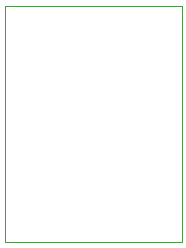
<source format=gm1>
G04 #@! TF.GenerationSoftware,KiCad,Pcbnew,(5.1.12)-1*
G04 #@! TF.CreationDate,2022-10-01T18:20:28+09:00*
G04 #@! TF.ProjectId,AT,41542e6b-6963-4616-945f-706362585858,rev?*
G04 #@! TF.SameCoordinates,PX6146580PY496ed40*
G04 #@! TF.FileFunction,Profile,NP*
%FSLAX46Y46*%
G04 Gerber Fmt 4.6, Leading zero omitted, Abs format (unit mm)*
G04 Created by KiCad (PCBNEW (5.1.12)-1) date 2022-10-01 18:20:28*
%MOMM*%
%LPD*%
G01*
G04 APERTURE LIST*
G04 #@! TA.AperFunction,Profile*
%ADD10C,0.050000*%
G04 #@! TD*
G04 APERTURE END LIST*
D10*
X0Y0D02*
X0Y-20000000D01*
X15000000Y0D02*
X0Y0D01*
X15000000Y-20000000D02*
X15000000Y0D01*
X0Y-20000000D02*
X15000000Y-20000000D01*
M02*

</source>
